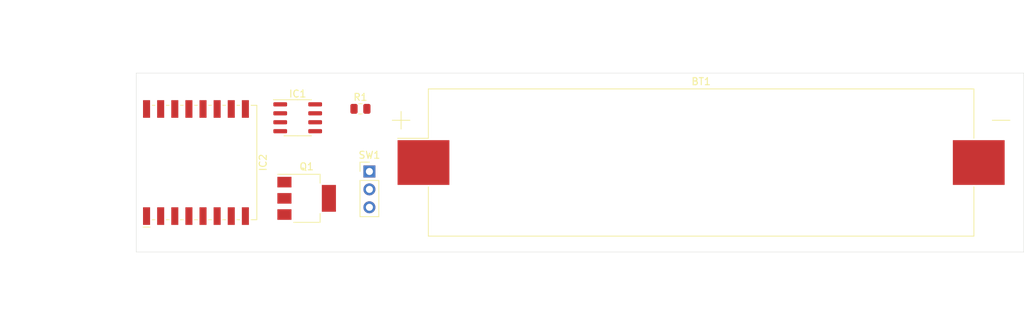
<source format=kicad_pcb>
(kicad_pcb (version 20171130) (host pcbnew "(5.1.9)-1")

  (general
    (thickness 1.6)
    (drawings 4)
    (tracks 0)
    (zones 0)
    (modules 6)
    (nets 24)
  )

  (page A4)
  (layers
    (0 F.Cu signal)
    (31 B.Cu signal)
    (32 B.Adhes user)
    (33 F.Adhes user)
    (34 B.Paste user)
    (35 F.Paste user)
    (36 B.SilkS user)
    (37 F.SilkS user)
    (38 B.Mask user)
    (39 F.Mask user)
    (40 Dwgs.User user)
    (41 Cmts.User user)
    (42 Eco1.User user)
    (43 Eco2.User user)
    (44 Edge.Cuts user)
    (45 Margin user)
    (46 B.CrtYd user)
    (47 F.CrtYd user)
    (48 B.Fab user)
    (49 F.Fab user)
  )

  (setup
    (last_trace_width 0.25)
    (trace_clearance 0.2)
    (zone_clearance 0.508)
    (zone_45_only no)
    (trace_min 0.2)
    (via_size 0.8)
    (via_drill 0.4)
    (via_min_size 0.4)
    (via_min_drill 0.3)
    (uvia_size 0.3)
    (uvia_drill 0.1)
    (uvias_allowed no)
    (uvia_min_size 0.2)
    (uvia_min_drill 0.1)
    (edge_width 0.05)
    (segment_width 0.2)
    (pcb_text_width 0.3)
    (pcb_text_size 1.5 1.5)
    (mod_edge_width 0.12)
    (mod_text_size 1 1)
    (mod_text_width 0.15)
    (pad_size 1.524 1.524)
    (pad_drill 0.762)
    (pad_to_mask_clearance 0)
    (aux_axis_origin 0 0)
    (visible_elements FFFFFF7F)
    (pcbplotparams
      (layerselection 0x010fc_ffffffff)
      (usegerberextensions false)
      (usegerberattributes true)
      (usegerberadvancedattributes true)
      (creategerberjobfile true)
      (excludeedgelayer true)
      (linewidth 0.100000)
      (plotframeref false)
      (viasonmask false)
      (mode 1)
      (useauxorigin false)
      (hpglpennumber 1)
      (hpglpenspeed 20)
      (hpglpendiameter 15.000000)
      (psnegative false)
      (psa4output false)
      (plotreference true)
      (plotvalue true)
      (plotinvisibletext false)
      (padsonsilk false)
      (subtractmaskfromsilk false)
      (outputformat 1)
      (mirror false)
      (drillshape 1)
      (scaleselection 1)
      (outputdirectory ""))
  )

  (net 0 "")
  (net 1 GND)
  (net 2 +BATT)
  (net 3 "Net-(IC1-Pad7)")
  (net 4 "Net-(IC1-Pad6)")
  (net 5 "Net-(IC1-Pad5)")
  (net 6 ESP_ON)
  (net 7 SENSOR)
  (net 8 "Net-(IC1-Pad1)")
  (net 9 "Net-(IC2-Pad1)")
  (net 10 "Net-(IC2-Pad2)")
  (net 11 "Net-(IC2-Pad4)")
  (net 12 "Net-(IC2-Pad5)")
  (net 13 "Net-(IC2-Pad6)")
  (net 14 "Net-(IC2-Pad7)")
  (net 15 "Net-(IC2-Pad8)")
  (net 16 "Net-(IC2-Pad9)")
  (net 17 "Net-(IC2-Pad10)")
  (net 18 "Net-(IC2-Pad11)")
  (net 19 "Net-(IC2-Pad12)")
  (net 20 "Net-(IC2-Pad13)")
  (net 21 "Net-(IC2-Pad14)")
  (net 22 "Net-(IC2-Pad15)")
  (net 23 "Net-(IC2-Pad16)")

  (net_class Default "This is the default net class."
    (clearance 0.2)
    (trace_width 0.25)
    (via_dia 0.8)
    (via_drill 0.4)
    (uvia_dia 0.3)
    (uvia_drill 0.1)
    (add_net +BATT)
    (add_net ESP_ON)
    (add_net GND)
    (add_net "Net-(IC1-Pad1)")
    (add_net "Net-(IC1-Pad5)")
    (add_net "Net-(IC1-Pad6)")
    (add_net "Net-(IC1-Pad7)")
    (add_net "Net-(IC2-Pad1)")
    (add_net "Net-(IC2-Pad10)")
    (add_net "Net-(IC2-Pad11)")
    (add_net "Net-(IC2-Pad12)")
    (add_net "Net-(IC2-Pad13)")
    (add_net "Net-(IC2-Pad14)")
    (add_net "Net-(IC2-Pad15)")
    (add_net "Net-(IC2-Pad16)")
    (add_net "Net-(IC2-Pad2)")
    (add_net "Net-(IC2-Pad4)")
    (add_net "Net-(IC2-Pad5)")
    (add_net "Net-(IC2-Pad6)")
    (add_net "Net-(IC2-Pad7)")
    (add_net "Net-(IC2-Pad8)")
    (add_net "Net-(IC2-Pad9)")
    (add_net SENSOR)
  )

  (module Connector_PinHeader_2.54mm:PinHeader_1x03_P2.54mm_Vertical (layer F.Cu) (tedit 59FED5CC) (tstamp 605AA103)
    (at 82.55 76.2)
    (descr "Through hole straight pin header, 1x03, 2.54mm pitch, single row")
    (tags "Through hole pin header THT 1x03 2.54mm single row")
    (path /605AD366)
    (fp_text reference SW1 (at 0 -2.33) (layer F.SilkS)
      (effects (font (size 1 1) (thickness 0.15)))
    )
    (fp_text value SW_Reed_SPDT (at 0 7.41) (layer F.Fab)
      (effects (font (size 1 1) (thickness 0.15)))
    )
    (fp_text user %R (at 0 2.54 90) (layer F.Fab)
      (effects (font (size 1 1) (thickness 0.15)))
    )
    (fp_line (start -0.635 -1.27) (end 1.27 -1.27) (layer F.Fab) (width 0.1))
    (fp_line (start 1.27 -1.27) (end 1.27 6.35) (layer F.Fab) (width 0.1))
    (fp_line (start 1.27 6.35) (end -1.27 6.35) (layer F.Fab) (width 0.1))
    (fp_line (start -1.27 6.35) (end -1.27 -0.635) (layer F.Fab) (width 0.1))
    (fp_line (start -1.27 -0.635) (end -0.635 -1.27) (layer F.Fab) (width 0.1))
    (fp_line (start -1.33 6.41) (end 1.33 6.41) (layer F.SilkS) (width 0.12))
    (fp_line (start -1.33 1.27) (end -1.33 6.41) (layer F.SilkS) (width 0.12))
    (fp_line (start 1.33 1.27) (end 1.33 6.41) (layer F.SilkS) (width 0.12))
    (fp_line (start -1.33 1.27) (end 1.33 1.27) (layer F.SilkS) (width 0.12))
    (fp_line (start -1.33 0) (end -1.33 -1.33) (layer F.SilkS) (width 0.12))
    (fp_line (start -1.33 -1.33) (end 0 -1.33) (layer F.SilkS) (width 0.12))
    (fp_line (start -1.8 -1.8) (end -1.8 6.85) (layer F.CrtYd) (width 0.05))
    (fp_line (start -1.8 6.85) (end 1.8 6.85) (layer F.CrtYd) (width 0.05))
    (fp_line (start 1.8 6.85) (end 1.8 -1.8) (layer F.CrtYd) (width 0.05))
    (fp_line (start 1.8 -1.8) (end -1.8 -1.8) (layer F.CrtYd) (width 0.05))
    (pad 3 thru_hole oval (at 0 5.08) (size 1.7 1.7) (drill 1) (layers *.Cu *.Mask)
      (net 2 +BATT))
    (pad 2 thru_hole oval (at 0 2.54) (size 1.7 1.7) (drill 1) (layers *.Cu *.Mask)
      (net 7 SENSOR))
    (pad 1 thru_hole rect (at 0 0) (size 1.7 1.7) (drill 1) (layers *.Cu *.Mask)
      (net 1 GND))
    (model ${KISYS3DMOD}/Connector_PinHeader_2.54mm.3dshapes/PinHeader_1x03_P2.54mm_Vertical.wrl
      (at (xyz 0 0 0))
      (scale (xyz 1 1 1))
      (rotate (xyz 0 0 0))
    )
  )

  (module Resistor_SMD:R_0805_2012Metric (layer F.Cu) (tedit 5F68FEEE) (tstamp 605AA0EC)
    (at 81.28 67.31)
    (descr "Resistor SMD 0805 (2012 Metric), square (rectangular) end terminal, IPC_7351 nominal, (Body size source: IPC-SM-782 page 72, https://www.pcb-3d.com/wordpress/wp-content/uploads/ipc-sm-782a_amendment_1_and_2.pdf), generated with kicad-footprint-generator")
    (tags resistor)
    (path /605A93C6)
    (attr smd)
    (fp_text reference R1 (at 0 -1.65) (layer F.SilkS)
      (effects (font (size 1 1) (thickness 0.15)))
    )
    (fp_text value 10k (at 0 1.65) (layer F.Fab)
      (effects (font (size 1 1) (thickness 0.15)))
    )
    (fp_text user %R (at 0 0) (layer F.Fab)
      (effects (font (size 0.5 0.5) (thickness 0.08)))
    )
    (fp_line (start -1 0.625) (end -1 -0.625) (layer F.Fab) (width 0.1))
    (fp_line (start -1 -0.625) (end 1 -0.625) (layer F.Fab) (width 0.1))
    (fp_line (start 1 -0.625) (end 1 0.625) (layer F.Fab) (width 0.1))
    (fp_line (start 1 0.625) (end -1 0.625) (layer F.Fab) (width 0.1))
    (fp_line (start -0.227064 -0.735) (end 0.227064 -0.735) (layer F.SilkS) (width 0.12))
    (fp_line (start -0.227064 0.735) (end 0.227064 0.735) (layer F.SilkS) (width 0.12))
    (fp_line (start -1.68 0.95) (end -1.68 -0.95) (layer F.CrtYd) (width 0.05))
    (fp_line (start -1.68 -0.95) (end 1.68 -0.95) (layer F.CrtYd) (width 0.05))
    (fp_line (start 1.68 -0.95) (end 1.68 0.95) (layer F.CrtYd) (width 0.05))
    (fp_line (start 1.68 0.95) (end -1.68 0.95) (layer F.CrtYd) (width 0.05))
    (pad 2 smd roundrect (at 0.9125 0) (size 1.025 1.4) (layers F.Cu F.Paste F.Mask) (roundrect_rratio 0.243902)
      (net 18 "Net-(IC2-Pad11)"))
    (pad 1 smd roundrect (at -0.9125 0) (size 1.025 1.4) (layers F.Cu F.Paste F.Mask) (roundrect_rratio 0.243902)
      (net 2 +BATT))
    (model ${KISYS3DMOD}/Resistor_SMD.3dshapes/R_0805_2012Metric.wrl
      (at (xyz 0 0 0))
      (scale (xyz 1 1 1))
      (rotate (xyz 0 0 0))
    )
  )

  (module Package_TO_SOT_SMD:SOT-223-3_TabPin2 (layer F.Cu) (tedit 5A02FF57) (tstamp 605AA0DB)
    (at 73.66 80.01)
    (descr "module CMS SOT223 4 pins")
    (tags "CMS SOT")
    (path /605AB378)
    (attr smd)
    (fp_text reference Q1 (at 0 -4.5) (layer F.SilkS)
      (effects (font (size 1 1) (thickness 0.15)))
    )
    (fp_text value BSP129 (at 0 4.5) (layer F.Fab)
      (effects (font (size 1 1) (thickness 0.15)))
    )
    (fp_text user %R (at 0 0 90) (layer F.Fab)
      (effects (font (size 0.8 0.8) (thickness 0.12)))
    )
    (fp_line (start 1.91 3.41) (end 1.91 2.15) (layer F.SilkS) (width 0.12))
    (fp_line (start 1.91 -3.41) (end 1.91 -2.15) (layer F.SilkS) (width 0.12))
    (fp_line (start 4.4 -3.6) (end -4.4 -3.6) (layer F.CrtYd) (width 0.05))
    (fp_line (start 4.4 3.6) (end 4.4 -3.6) (layer F.CrtYd) (width 0.05))
    (fp_line (start -4.4 3.6) (end 4.4 3.6) (layer F.CrtYd) (width 0.05))
    (fp_line (start -4.4 -3.6) (end -4.4 3.6) (layer F.CrtYd) (width 0.05))
    (fp_line (start -1.85 -2.35) (end -0.85 -3.35) (layer F.Fab) (width 0.1))
    (fp_line (start -1.85 -2.35) (end -1.85 3.35) (layer F.Fab) (width 0.1))
    (fp_line (start -1.85 3.41) (end 1.91 3.41) (layer F.SilkS) (width 0.12))
    (fp_line (start -0.85 -3.35) (end 1.85 -3.35) (layer F.Fab) (width 0.1))
    (fp_line (start -4.1 -3.41) (end 1.91 -3.41) (layer F.SilkS) (width 0.12))
    (fp_line (start -1.85 3.35) (end 1.85 3.35) (layer F.Fab) (width 0.1))
    (fp_line (start 1.85 -3.35) (end 1.85 3.35) (layer F.Fab) (width 0.1))
    (pad 1 smd rect (at -3.15 -2.3) (size 2 1.5) (layers F.Cu F.Paste F.Mask)
      (net 6 ESP_ON))
    (pad 3 smd rect (at -3.15 2.3) (size 2 1.5) (layers F.Cu F.Paste F.Mask)
      (net 1 GND))
    (pad 2 smd rect (at -3.15 0) (size 2 1.5) (layers F.Cu F.Paste F.Mask)
      (net 16 "Net-(IC2-Pad9)"))
    (pad 2 smd rect (at 3.15 0) (size 2 3.8) (layers F.Cu F.Paste F.Mask)
      (net 16 "Net-(IC2-Pad9)"))
    (model ${KISYS3DMOD}/Package_TO_SOT_SMD.3dshapes/SOT-223.wrl
      (at (xyz 0 0 0))
      (scale (xyz 1 1 1))
      (rotate (xyz 0 0 0))
    )
  )

  (module RF_Module:ESP-07 (layer F.Cu) (tedit 5B1D6972) (tstamp 605AA0C5)
    (at 55.88 74.93 90)
    (descr "Wi-Fi Module, http://wiki.ai-thinker.com/_media/esp8266/docs/a007ps01a2_esp-07_product_specification_v1.2.pdf")
    (tags "Wi-Fi Module")
    (path /605A54DA)
    (attr smd)
    (fp_text reference IC2 (at 0 11.6 90) (layer F.SilkS)
      (effects (font (size 1 1) (thickness 0.15)))
    )
    (fp_text value ESP-07 (at 0 9.6 90) (layer F.Fab)
      (effects (font (size 1 1) (thickness 0.15)))
    )
    (fp_text user "No metal, traces, or components\non any PCB layer if using on-board antenna" (at 0 -14.3 270) (layer Cmts.User)
      (effects (font (size 0.8 0.8) (thickness 0.12)))
    )
    (fp_text user "KEEP-OUT ZONE" (at 0 -17.3 270) (layer Cmts.User)
      (effects (font (size 1 1) (thickness 0.15)))
    )
    (fp_text user %R (at 0 0 90) (layer F.Fab)
      (effects (font (size 1 1) (thickness 0.15)))
    )
    (fp_line (start 8.12 -3.7) (end 8.12 -4.1) (layer F.SilkS) (width 0.12))
    (fp_line (start -8.12 -3.7) (end -8.12 -4.1) (layer F.SilkS) (width 0.12))
    (fp_line (start 8.12 -1.7) (end 8.12 -2.1) (layer F.SilkS) (width 0.12))
    (fp_line (start -8.12 -1.7) (end -8.12 -2.1) (layer F.SilkS) (width 0.12))
    (fp_line (start 8.12 0.3) (end 8.12 -0.1) (layer F.SilkS) (width 0.12))
    (fp_line (start -8.12 0.3) (end -8.12 -0.1) (layer F.SilkS) (width 0.12))
    (fp_line (start 8.12 2.3) (end 8.12 1.9) (layer F.SilkS) (width 0.12))
    (fp_line (start -8.12 2.3) (end -8.12 1.9) (layer F.SilkS) (width 0.12))
    (fp_line (start 8.12 4.3) (end 8.12 3.9) (layer F.SilkS) (width 0.12))
    (fp_line (start -8.12 4.3) (end -8.12 3.9) (layer F.SilkS) (width 0.12))
    (fp_line (start 8.12 6.3) (end 8.12 5.9) (layer F.SilkS) (width 0.12))
    (fp_line (start -8.12 6.3) (end -8.12 5.9) (layer F.SilkS) (width 0.12))
    (fp_line (start 8.12 8.3) (end 8.12 7.9) (layer F.SilkS) (width 0.12))
    (fp_line (start -8.12 8.3) (end -8.12 7.9) (layer F.SilkS) (width 0.12))
    (fp_line (start 23 -8.6) (end 20.4 -6) (layer Dwgs.User) (width 0.12))
    (fp_line (start 23 -11.6) (end 17.4 -6) (layer Dwgs.User) (width 0.12))
    (fp_line (start 23 -14.6) (end 14.4 -6) (layer Dwgs.User) (width 0.12))
    (fp_line (start 23 -17.6) (end 11.4 -6) (layer Dwgs.User) (width 0.12))
    (fp_line (start 23 -20.6) (end 8.4 -6) (layer Dwgs.User) (width 0.12))
    (fp_line (start 5.4 -6) (end 23 -23.6) (layer Dwgs.User) (width 0.12))
    (fp_line (start 19 -25.6) (end -0.6 -6) (layer Dwgs.User) (width 0.12))
    (fp_line (start 16 -25.6) (end -3.6 -6) (layer Dwgs.User) (width 0.12))
    (fp_line (start 2.4 -6) (end 22 -25.6) (layer Dwgs.User) (width 0.12))
    (fp_line (start 7 -25.6) (end -12.6 -6) (layer Dwgs.User) (width 0.12))
    (fp_line (start 10 -25.6) (end -9.6 -6) (layer Dwgs.User) (width 0.12))
    (fp_line (start -6.6 -6) (end 13 -25.6) (layer Dwgs.User) (width 0.12))
    (fp_line (start -15.6 -6) (end 4 -25.6) (layer Dwgs.User) (width 0.12))
    (fp_line (start 1 -25.6) (end -18.6 -6) (layer Dwgs.User) (width 0.12))
    (fp_line (start -2 -25.6) (end -21.6 -6) (layer Dwgs.User) (width 0.12))
    (fp_line (start -5 -25.6) (end -23 -7.6) (layer Dwgs.User) (width 0.12))
    (fp_line (start -8 -25.6) (end -23 -10.6) (layer Dwgs.User) (width 0.12))
    (fp_line (start -11 -25.6) (end -23 -13.6) (layer Dwgs.User) (width 0.12))
    (fp_line (start -14 -25.6) (end -23 -16.6) (layer Dwgs.User) (width 0.12))
    (fp_line (start -17 -25.6) (end -23 -19.6) (layer Dwgs.User) (width 0.12))
    (fp_line (start -20 -25.6) (end -23 -22.6) (layer Dwgs.User) (width 0.12))
    (fp_line (start 23 -6) (end 23 -25.6) (layer Dwgs.User) (width 0.12))
    (fp_line (start 23 -6) (end -23 -6) (layer Dwgs.User) (width 0.12))
    (fp_line (start -23 -25.6) (end -23 -6) (layer Dwgs.User) (width 0.12))
    (fp_line (start -23 -25.6) (end 23 -25.6) (layer Dwgs.User) (width 0.12))
    (fp_line (start -9.15 -5.4) (end -9.15 -4.4) (layer F.SilkS) (width 0.12))
    (fp_line (start -8.12 10.72) (end -8.12 9.9) (layer F.SilkS) (width 0.12))
    (fp_line (start 8.12 10.72) (end -8.12 10.72) (layer F.SilkS) (width 0.12))
    (fp_line (start 8.12 9.9) (end 8.12 10.72) (layer F.SilkS) (width 0.12))
    (fp_line (start -9.1 10.85) (end -9.1 -10.85) (layer F.CrtYd) (width 0.05))
    (fp_line (start 9.1 10.85) (end -9.1 10.85) (layer F.CrtYd) (width 0.05))
    (fp_line (start 9.1 -10.85) (end 9.1 10.85) (layer F.CrtYd) (width 0.05))
    (fp_line (start -9.1 -10.85) (end 9.1 -10.85) (layer F.CrtYd) (width 0.05))
    (fp_line (start -8 -5.4) (end -8 -10.6) (layer F.Fab) (width 0.1))
    (fp_line (start -7.5 -4.9) (end -8 -5.4) (layer F.Fab) (width 0.1))
    (fp_line (start -8 -4.4) (end -7.5 -4.9) (layer F.Fab) (width 0.1))
    (fp_line (start -8 10.6) (end -8 -4.4) (layer F.Fab) (width 0.1))
    (fp_line (start 8 10.6) (end -8 10.6) (layer F.Fab) (width 0.1))
    (fp_line (start 8 -10.6) (end 8 10.6) (layer F.Fab) (width 0.1))
    (fp_line (start -8 -10.6) (end 8 -10.6) (layer F.Fab) (width 0.1))
    (pad 1 smd rect (at -7.6 -4.9 90) (size 2.5 1) (layers F.Cu F.Paste F.Mask)
      (net 9 "Net-(IC2-Pad1)"))
    (pad 2 smd rect (at -7.6 -2.9 90) (size 2.5 1) (layers F.Cu F.Paste F.Mask)
      (net 10 "Net-(IC2-Pad2)"))
    (pad 3 smd rect (at -7.6 -0.9 90) (size 2.5 1) (layers F.Cu F.Paste F.Mask)
      (net 2 +BATT))
    (pad 4 smd rect (at -7.6 1.1 90) (size 2.5 1) (layers F.Cu F.Paste F.Mask)
      (net 11 "Net-(IC2-Pad4)"))
    (pad 5 smd rect (at -7.6 3.1 90) (size 2.5 1) (layers F.Cu F.Paste F.Mask)
      (net 12 "Net-(IC2-Pad5)"))
    (pad 6 smd rect (at -7.6 5.1 90) (size 2.5 1) (layers F.Cu F.Paste F.Mask)
      (net 13 "Net-(IC2-Pad6)"))
    (pad 7 smd rect (at -7.6 7.1 90) (size 2.5 1) (layers F.Cu F.Paste F.Mask)
      (net 14 "Net-(IC2-Pad7)"))
    (pad 8 smd rect (at -7.6 9.1 90) (size 2.5 1) (layers F.Cu F.Paste F.Mask)
      (net 15 "Net-(IC2-Pad8)"))
    (pad 9 smd rect (at 7.6 9.1 90) (size 2.5 1) (layers F.Cu F.Paste F.Mask)
      (net 16 "Net-(IC2-Pad9)"))
    (pad 10 smd rect (at 7.6 7.1 90) (size 2.5 1) (layers F.Cu F.Paste F.Mask)
      (net 17 "Net-(IC2-Pad10)"))
    (pad 11 smd rect (at 7.6 5.1 90) (size 2.5 1) (layers F.Cu F.Paste F.Mask)
      (net 18 "Net-(IC2-Pad11)"))
    (pad 12 smd rect (at 7.6 3.1 90) (size 2.5 1) (layers F.Cu F.Paste F.Mask)
      (net 19 "Net-(IC2-Pad12)"))
    (pad 13 smd rect (at 7.6 1.1 90) (size 2.5 1) (layers F.Cu F.Paste F.Mask)
      (net 20 "Net-(IC2-Pad13)"))
    (pad 14 smd rect (at 7.6 -0.9 90) (size 2.5 1) (layers F.Cu F.Paste F.Mask)
      (net 21 "Net-(IC2-Pad14)"))
    (pad 15 smd rect (at 7.6 -2.9 90) (size 2.5 1) (layers F.Cu F.Paste F.Mask)
      (net 22 "Net-(IC2-Pad15)"))
    (pad 16 smd rect (at 7.6 -4.9 90) (size 2.5 1) (layers F.Cu F.Paste F.Mask)
      (net 23 "Net-(IC2-Pad16)"))
    (model ${KISYS3DMOD}/RF_Module.3dshapes/ESP-07.wrl
      (at (xyz 0 0 0))
      (scale (xyz 1 1 1))
      (rotate (xyz 0 0 0))
    )
  )

  (module Package_SO:SOIC-8_3.9x4.9mm_P1.27mm (layer F.Cu) (tedit 5D9F72B1) (tstamp 605AA078)
    (at 72.39 68.58)
    (descr "SOIC, 8 Pin (JEDEC MS-012AA, https://www.analog.com/media/en/package-pcb-resources/package/pkg_pdf/soic_narrow-r/r_8.pdf), generated with kicad-footprint-generator ipc_gullwing_generator.py")
    (tags "SOIC SO")
    (path /605A6231)
    (attr smd)
    (fp_text reference IC1 (at 0 -3.4) (layer F.SilkS)
      (effects (font (size 1 1) (thickness 0.15)))
    )
    (fp_text value ATtiny13A-SSU (at 0 3.4) (layer F.Fab)
      (effects (font (size 1 1) (thickness 0.15)))
    )
    (fp_text user %R (at -0.275 0) (layer F.Fab)
      (effects (font (size 0.98 0.98) (thickness 0.15)))
    )
    (fp_line (start 0 2.56) (end 1.95 2.56) (layer F.SilkS) (width 0.12))
    (fp_line (start 0 2.56) (end -1.95 2.56) (layer F.SilkS) (width 0.12))
    (fp_line (start 0 -2.56) (end 1.95 -2.56) (layer F.SilkS) (width 0.12))
    (fp_line (start 0 -2.56) (end -3.45 -2.56) (layer F.SilkS) (width 0.12))
    (fp_line (start -0.975 -2.45) (end 1.95 -2.45) (layer F.Fab) (width 0.1))
    (fp_line (start 1.95 -2.45) (end 1.95 2.45) (layer F.Fab) (width 0.1))
    (fp_line (start 1.95 2.45) (end -1.95 2.45) (layer F.Fab) (width 0.1))
    (fp_line (start -1.95 2.45) (end -1.95 -1.475) (layer F.Fab) (width 0.1))
    (fp_line (start -1.95 -1.475) (end -0.975 -2.45) (layer F.Fab) (width 0.1))
    (fp_line (start -3.7 -2.7) (end -3.7 2.7) (layer F.CrtYd) (width 0.05))
    (fp_line (start -3.7 2.7) (end 3.7 2.7) (layer F.CrtYd) (width 0.05))
    (fp_line (start 3.7 2.7) (end 3.7 -2.7) (layer F.CrtYd) (width 0.05))
    (fp_line (start 3.7 -2.7) (end -3.7 -2.7) (layer F.CrtYd) (width 0.05))
    (pad 8 smd roundrect (at 2.475 -1.905) (size 1.95 0.6) (layers F.Cu F.Paste F.Mask) (roundrect_rratio 0.25)
      (net 2 +BATT))
    (pad 7 smd roundrect (at 2.475 -0.635) (size 1.95 0.6) (layers F.Cu F.Paste F.Mask) (roundrect_rratio 0.25)
      (net 3 "Net-(IC1-Pad7)"))
    (pad 6 smd roundrect (at 2.475 0.635) (size 1.95 0.6) (layers F.Cu F.Paste F.Mask) (roundrect_rratio 0.25)
      (net 4 "Net-(IC1-Pad6)"))
    (pad 5 smd roundrect (at 2.475 1.905) (size 1.95 0.6) (layers F.Cu F.Paste F.Mask) (roundrect_rratio 0.25)
      (net 5 "Net-(IC1-Pad5)"))
    (pad 4 smd roundrect (at -2.475 1.905) (size 1.95 0.6) (layers F.Cu F.Paste F.Mask) (roundrect_rratio 0.25)
      (net 1 GND))
    (pad 3 smd roundrect (at -2.475 0.635) (size 1.95 0.6) (layers F.Cu F.Paste F.Mask) (roundrect_rratio 0.25)
      (net 6 ESP_ON))
    (pad 2 smd roundrect (at -2.475 -0.635) (size 1.95 0.6) (layers F.Cu F.Paste F.Mask) (roundrect_rratio 0.25)
      (net 7 SENSOR))
    (pad 1 smd roundrect (at -2.475 -1.905) (size 1.95 0.6) (layers F.Cu F.Paste F.Mask) (roundrect_rratio 0.25)
      (net 8 "Net-(IC1-Pad1)"))
    (model ${KISYS3DMOD}/Package_SO.3dshapes/SOIC-8_3.9x4.9mm_P1.27mm.wrl
      (at (xyz 0 0 0))
      (scale (xyz 1 1 1))
      (rotate (xyz 0 0 0))
    )
  )

  (module Battery:BatteryHolder_Keystone_1042_1x18650 (layer F.Cu) (tedit 5A033499) (tstamp 605AA05E)
    (at 129.54 74.93)
    (descr "Battery holder for 18650 cylindrical cells http://www.keyelco.com/product.cfm/product_id/918")
    (tags "18650 Keystone 1042 Li-ion")
    (path /605A4932)
    (attr smd)
    (fp_text reference BT1 (at 0 -11.5) (layer F.SilkS)
      (effects (font (size 1 1) (thickness 0.15)))
    )
    (fp_text value Battery_Cell (at 0 11.3) (layer F.Fab)
      (effects (font (size 1 1) (thickness 0.15)))
    )
    (fp_text user %R (at 0 0) (layer F.Fab)
      (effects (font (size 1 1) (thickness 0.15)))
    )
    (fp_line (start -33.3675 -10.33) (end -38.53 -5.1675) (layer F.Fab) (width 0.1))
    (fp_line (start -38.64 -3.44) (end -43 -3.44) (layer F.SilkS) (width 0.12))
    (fp_line (start 43.5 3.68) (end 43.5 -3.68) (layer F.CrtYd) (width 0.05))
    (fp_line (start 39.03 10.83) (end 39.03 3.68) (layer F.CrtYd) (width 0.05))
    (fp_line (start -38.64 10.44) (end -38.64 3.44) (layer F.SilkS) (width 0.12))
    (fp_line (start 38.64 10.44) (end -38.64 10.44) (layer F.SilkS) (width 0.12))
    (fp_line (start 38.64 3.44) (end 38.64 10.44) (layer F.SilkS) (width 0.12))
    (fp_line (start -38.64 -10.44) (end -38.64 -3.44) (layer F.SilkS) (width 0.12))
    (fp_line (start 38.64 -10.44) (end -38.64 -10.44) (layer F.SilkS) (width 0.12))
    (fp_line (start 38.64 -3.44) (end 38.64 -10.42) (layer F.SilkS) (width 0.12))
    (fp_line (start -38.53 10.33) (end 38.53 10.33) (layer F.Fab) (width 0.1))
    (fp_line (start -38.53 -5.1675) (end -38.53 10.33) (layer F.Fab) (width 0.1))
    (fp_line (start 43.75 -6) (end 41.25 -6) (layer F.SilkS) (width 0.12))
    (fp_line (start -33.3675 -10.33) (end 38.53 -10.33) (layer F.Fab) (width 0.1))
    (fp_line (start 38.53 -10.33) (end 38.53 10.33) (layer F.Fab) (width 0.1))
    (fp_line (start -39.03 10.83) (end 39.03 10.83) (layer F.CrtYd) (width 0.05))
    (fp_line (start -39.03 -10.83) (end 39.03 -10.83) (layer F.CrtYd) (width 0.05))
    (fp_line (start 39.03 -10.83) (end 39.03 -3.68) (layer F.CrtYd) (width 0.05))
    (fp_line (start -39.03 10.83) (end -39.03 3.68) (layer F.CrtYd) (width 0.05))
    (fp_line (start -39.03 -10.83) (end -39.03 -3.68) (layer F.CrtYd) (width 0.05))
    (fp_line (start 39.03 3.68) (end 43.5 3.68) (layer F.CrtYd) (width 0.05))
    (fp_line (start 43.5 -3.68) (end 39.03 -3.68) (layer F.CrtYd) (width 0.05))
    (fp_line (start -43.5 -3.68) (end -39.03 -3.68) (layer F.CrtYd) (width 0.05))
    (fp_line (start -43.5 3.68) (end -43.5 -3.68) (layer F.CrtYd) (width 0.05))
    (fp_line (start -39.03 3.68) (end -43.5 3.68) (layer F.CrtYd) (width 0.05))
    (fp_line (start -43.75 -6) (end -41.25 -6) (layer F.SilkS) (width 0.12))
    (fp_line (start -42.5 -4.75) (end -42.5 -7.25) (layer F.SilkS) (width 0.12))
    (pad "" np_thru_hole circle (at -35.93 -8) (size 2.39 2.39) (drill 2.39) (layers *.Cu *.Mask))
    (pad "" np_thru_hole circle (at -27.6 8) (size 3.45 3.45) (drill 3.45) (layers *.Cu *.Mask))
    (pad "" np_thru_hole circle (at 27.6 -8) (size 3.45 3.45) (drill 3.45) (layers *.Cu *.Mask))
    (pad 2 smd rect (at 39.33 0) (size 7.34 6.35) (layers F.Cu F.Paste F.Mask)
      (net 1 GND))
    (pad 1 smd rect (at -39.33 0) (size 7.34 6.35) (layers F.Cu F.Paste F.Mask)
      (net 2 +BATT))
    (model ${KISYS3DMOD}/Battery.3dshapes/BatteryHolder_Keystone_1042_1x18650.wrl
      (at (xyz 0 0 0))
      (scale (xyz 1 1 1))
      (rotate (xyz 0 0 0))
    )
  )

  (gr_line (start 175.26 62.23) (end 49.53 62.23) (layer Edge.Cuts) (width 0.05) (tstamp 605AA56A))
  (gr_line (start 175.26 87.63) (end 175.26 62.23) (layer Edge.Cuts) (width 0.05))
  (gr_line (start 49.53 87.63) (end 175.26 87.63) (layer Edge.Cuts) (width 0.05))
  (gr_line (start 49.53 62.23) (end 49.53 87.63) (layer Edge.Cuts) (width 0.05))

)

</source>
